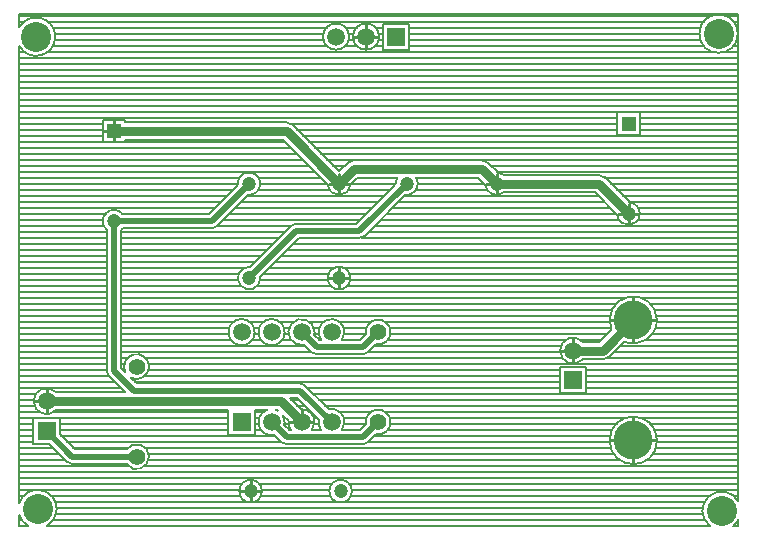
<source format=gbl>
G04*
G04 #@! TF.GenerationSoftware,Altium Limited,Altium Designer,26.2.0 (7)*
G04*
G04 Layer_Physical_Order=2*
G04 Layer_Color=16711680*
%FSLAX44Y44*%
%MOMM*%
G71*
G04*
G04 #@! TF.SameCoordinates,3185D957-47D7-4B04-8ED6-6F93F25C82E1*
G04*
G04*
G04 #@! TF.FilePolarity,Positive*
G04*
G01*
G75*
%ADD15C,0.2540*%
%ADD27C,0.2032*%
%ADD28C,0.5080*%
%ADD29C,0.7620*%
%ADD30R,1.5000X1.5000*%
%ADD31C,1.5000*%
%ADD32C,2.5400*%
%ADD33R,1.2000X1.2000*%
%ADD34C,1.2000*%
%ADD35R,1.5000X1.5000*%
%ADD36C,1.4000*%
%ADD37C,3.3000*%
D15*
X520700Y269240D02*
Y277780D01*
Y269240D02*
X529240D01*
X512160D02*
X520700D01*
Y260700D02*
Y269240D01*
X524710Y179270D02*
X543750D01*
X524710D02*
Y198310D01*
X298450Y419100D02*
X308490D01*
X298450Y409060D02*
Y419100D01*
X408940Y294640D02*
Y303180D01*
X298450Y419100D02*
Y429140D01*
X288410Y419100D02*
X298450D01*
X275590Y294640D02*
Y303180D01*
X400400Y294640D02*
X408940D01*
Y286100D02*
Y294640D01*
X275590Y286100D02*
Y294640D01*
X267050D02*
X275590D01*
X284130D01*
X275590Y214630D02*
X284130D01*
X275590Y206090D02*
Y214630D01*
Y223170D01*
X267050Y214630D02*
X275590D01*
X505670Y179270D02*
X524710D01*
Y160230D02*
Y179270D01*
X473710Y153270D02*
Y163310D01*
X463670Y153270D02*
X473710D01*
X524710Y77270D02*
X543750D01*
X524710Y58230D02*
Y77270D01*
Y96310D01*
X505670Y77270D02*
X524710D01*
X473710Y143230D02*
Y153270D01*
X243840Y92710D02*
Y102750D01*
X233800Y92710D02*
X243840D01*
X253880D01*
X85090Y339090D02*
Y347630D01*
Y330550D02*
Y339090D01*
X76550D02*
X85090D01*
X200660Y34290D02*
Y42830D01*
X192120Y34290D02*
X200660D01*
X209200D01*
X200660Y25750D02*
Y34290D01*
X27940Y110490D02*
Y120530D01*
Y100450D02*
Y110490D01*
X17900D02*
X27940D01*
D27*
X613156Y421640D02*
G03*
X613156Y421640I-16256J0D01*
G01*
X500508Y299848D02*
G03*
X495300Y302006I-5209J-5209D01*
G01*
X500508Y299848D02*
G03*
X495300Y302006I-5209J-5209D01*
G01*
X530256Y269240D02*
G03*
X521604Y278753I-9556J0D01*
G01*
X511187Y268336D02*
G03*
X530256Y269240I9513J904D01*
G01*
X401702Y312295D02*
G03*
X396494Y314452I-5209J-5209D01*
G01*
X415028Y302006D02*
G03*
X409844Y304153I-6088J-7366D01*
G01*
X401702Y312295D02*
G03*
X396494Y314452I-5209J-5209D01*
G01*
X342296Y294640D02*
G03*
X340834Y299720I-9556J0D01*
G01*
X309506Y419100D02*
G03*
X309506Y419100I-11056J0D01*
G01*
X284106D02*
G03*
X284106Y419100I-11056J0D01*
G01*
X288036Y314452D02*
G03*
X282827Y312295I0J-7366D01*
G01*
X288036Y314452D02*
G03*
X282827Y312295I0J-7366D01*
G01*
X324646Y299720D02*
G03*
X323226Y293747I8094J-5080D01*
G01*
X399427Y293736D02*
G03*
X415028Y287274I9513J904D01*
G01*
X331847Y285126D02*
G03*
X342296Y294640I893J9514D01*
G01*
X292862Y248666D02*
G03*
X297173Y250452I0J6096D01*
G01*
X292862Y248666D02*
G03*
X297173Y250452I0J6096D01*
G01*
X266077Y293736D02*
G03*
X285103Y293736I9513J904D01*
G01*
X285146Y214630D02*
G03*
X285146Y214630I-9556J0D01*
G01*
X239522Y260858D02*
G03*
X235212Y259072I0J-6096D01*
G01*
X239522Y260858D02*
G03*
X235212Y259072I0J-6096D01*
G01*
X516728Y160871D02*
G03*
X544766Y179270I7982J18399D01*
G01*
D02*
G03*
X506311Y171288I-20056J0D01*
G01*
X498710Y145904D02*
G03*
X503919Y148062I0J7366D01*
G01*
X498710Y145904D02*
G03*
X503919Y148062I0J7366D01*
G01*
X481955Y160636D02*
G03*
X481955Y145904I-8245J-7366D01*
G01*
X609261Y4826D02*
G03*
X613664Y9910I-9821J12954D01*
G01*
Y25650D02*
G03*
X589619Y4826I-14224J-7870D01*
G01*
X544766Y77270D02*
G03*
X544766Y77270I-20056J0D01*
G01*
X319166Y168910D02*
G03*
X298206Y167127I-10556J0D01*
G01*
X278107Y162306D02*
G03*
X280296Y168910I-8867J6604D01*
G01*
X306827Y158506D02*
G03*
X319166Y168910I1783J10404D01*
G01*
X295910Y150114D02*
G03*
X300221Y151899I0J6096D01*
G01*
X295910Y150114D02*
G03*
X300221Y151899I0J6096D01*
G01*
X280296Y168910D02*
G03*
X260373Y162306I-11056J0D01*
G01*
X254673Y166698D02*
G03*
X254896Y168910I-10833J2211D01*
G01*
X252229Y151899D02*
G03*
X256540Y150114I4311J4311D01*
G01*
X252229Y151899D02*
G03*
X256540Y150114I4311J4311D01*
G01*
X246880Y123691D02*
G03*
X242570Y125476I-4311J-4311D01*
G01*
X246880Y123691D02*
G03*
X242570Y125476I-4311J-4311D01*
G01*
X319166Y92710D02*
G03*
X298206Y90927I-10556J0D01*
G01*
X280296Y92710D02*
G03*
X267029Y103543I-11056J0D01*
G01*
X258407Y94922D02*
G03*
X260373Y86106I10833J-2211D01*
G01*
X306827Y82306D02*
G03*
X319166Y92710I1783J10404D01*
G01*
X295910Y73914D02*
G03*
X300221Y75700I0J6096D01*
G01*
X295910Y73914D02*
G03*
X300221Y75700I0J6096D01*
G01*
X278107Y86106D02*
G03*
X280296Y92710I-8867J6604D01*
G01*
X286416Y34290D02*
G03*
X286416Y34290I-9556J0D01*
G01*
X252707Y86106D02*
G03*
X254896Y92710I-8867J6604D01*
G01*
D02*
G03*
X243219Y103749I-11056J0D01*
G01*
X236348Y344299D02*
G03*
X231140Y346456I-5209J-5209D01*
G01*
X236348Y344299D02*
G03*
X231140Y346456I-5209J-5209D01*
G01*
X198497Y285126D02*
G03*
X208946Y294640I893J9514D01*
G01*
D02*
G03*
X189876Y293747I-9556J0D01*
G01*
X200283Y224144D02*
G03*
X208946Y214630I-893J-9514D01*
G01*
X167640Y256794D02*
G03*
X171950Y258580I0J6096D01*
G01*
X92449Y268986D02*
G03*
X78994Y255531I-7359J-6096D01*
G01*
X4826Y411230D02*
G03*
X35306Y419100I14224J7870D01*
G01*
D02*
G03*
X4826Y426970I-16256J0D01*
G01*
X208946Y214630D02*
G03*
X208904Y215523I-9556J0D01*
G01*
X167640Y256794D02*
G03*
X171950Y258580I0J6096D01*
G01*
X91186Y255531D02*
G03*
X92449Y256794I-6096J7359D01*
G01*
X254896Y168910D02*
G03*
X246052Y158077I-11056J0D01*
G01*
X229496Y168910D02*
G03*
X229496Y168910I-11056J0D01*
G01*
X223696Y102437D02*
G03*
X222153Y103124I-5256J-9727D01*
G01*
X232801Y93331D02*
G03*
X234973Y86106I11039J-621D01*
G01*
X214727Y103124D02*
G03*
X220651Y81877I3713J-10414D01*
G01*
X229273Y90499D02*
G03*
X229496Y92710I-10833J2211D01*
G01*
D02*
G03*
X228167Y97966I-11056J0D01*
G01*
X204096Y168910D02*
G03*
X204096Y168910I-11056J0D01*
G01*
X226829Y75700D02*
G03*
X231140Y73914I4311J4311D01*
G01*
X226829Y75700D02*
G03*
X231140Y73914I4311J4311D01*
G01*
X210216Y34290D02*
G03*
X210216Y34290I-9556J0D01*
G01*
X114696Y139700D02*
G03*
X94778Y134823I-10556J0D01*
G01*
X78994Y135890D02*
G03*
X80779Y131580I6096J0D01*
G01*
X99263Y130338D02*
G03*
X114696Y139700I4877J9362D01*
G01*
X78994Y135890D02*
G03*
X80779Y131580I6096J0D01*
G01*
X36185Y117856D02*
G03*
X36185Y103124I-8245J-7366D01*
G01*
X114696Y63500D02*
G03*
X95522Y69596I-10556J0D01*
G01*
Y57404D02*
G03*
X114696Y63500I8618J6096D01*
G01*
X45219Y59190D02*
G03*
X49530Y57404I4311J4311D01*
G01*
X45219Y59190D02*
G03*
X49530Y57404I4311J4311D01*
G01*
X28190Y4826D02*
G03*
X36576Y19050I-7870J14224D01*
G01*
D02*
G03*
X4826Y23969I-16256J0D01*
G01*
Y14131D02*
G03*
X12450Y4826I15494J4919D01*
G01*
X612342Y426720D02*
X613664D01*
X612342Y416560D02*
X613664D01*
X609590Y411480D02*
X613664D01*
X602557Y406400D02*
X613664D01*
X530256Y350520D02*
X613664D01*
X602557Y436880D02*
X613664D01*
X609590Y431800D02*
X613664D01*
X511144Y354996D02*
X530256D01*
Y340360D02*
X613664D01*
X530256Y345440D02*
X613664D01*
X505717Y294640D02*
X613664D01*
X500637Y299720D02*
X613664D01*
X530256Y335884D02*
Y354996D01*
X511144Y335884D02*
Y354996D01*
Y335884D02*
X530256D01*
X500508Y299848D02*
X521604Y278753D01*
X334906Y411480D02*
X584210D01*
X334906Y416560D02*
X581458D01*
X250447Y330200D02*
X613664D01*
X245367Y335280D02*
X613664D01*
X334906Y421640D02*
X580644D01*
X334906Y426720D02*
X581458D01*
X240287Y340360D02*
X511144D01*
X234873Y345440D02*
X511144D01*
X265687Y314960D02*
X613664D01*
X260607Y320040D02*
X613664D01*
X409197Y304800D02*
X613664D01*
X404117Y309880D02*
X613664D01*
X415028Y302006D02*
X495300D01*
X255527Y325120D02*
X613664D01*
X520957Y279400D02*
X613664D01*
X515877Y284480D02*
X613664D01*
X530256Y269240D02*
X613664D01*
X528794Y274320D02*
X613664D01*
X539292Y193040D02*
X613664D01*
X531561Y198120D02*
X613664D01*
X544439Y182880D02*
X613664D01*
X542786Y187960D02*
X613664D01*
X528794Y264160D02*
X613664D01*
X510797Y289560D02*
X613664D01*
X492249Y287274D02*
X511187Y268336D01*
X310881Y264160D02*
X512606D01*
X331201Y284480D02*
X495043D01*
X326121Y279400D02*
X500123D01*
X321041Y274320D02*
X505203D01*
X315961Y269240D02*
X510283D01*
X284354Y218440D02*
X613664D01*
X279095Y223520D02*
X613664D01*
X285061Y213360D02*
X613664D01*
X282731Y208280D02*
X613664D01*
X305801Y259080D02*
X613664D01*
X300721Y254000D02*
X613664D01*
X294603Y248920D02*
X613664D01*
X237221Y243840D02*
X613664D01*
X312794Y430156D02*
X334906D01*
X312794Y408044D02*
Y430156D01*
X309210Y416560D02*
X312794D01*
X306461Y411480D02*
X312794D01*
X309210Y421640D02*
X312794D01*
X306461Y426720D02*
X312794D01*
X401702Y312295D02*
X409844Y304153D01*
X334906Y408044D02*
Y430156D01*
X312794Y408044D02*
X334906D01*
X281061Y411480D02*
X290439D01*
X281061Y426720D02*
X290439D01*
X283810Y416560D02*
X287690D01*
X283810Y421640D02*
X287690D01*
X288036Y314452D02*
X396494D01*
X285103Y293736D02*
X291087Y299720D01*
X275590Y305057D02*
X282827Y312295D01*
X236348Y344299D02*
X275590Y305057D01*
X270767Y309880D02*
X280413D01*
X393443Y299720D02*
X399427Y293736D01*
X340834Y299720D02*
X393443D01*
X342296Y294640D02*
X398523D01*
X291087Y299720D02*
X324646D01*
X291087D02*
X324646D01*
X340834D02*
X393443D01*
X415028Y287274D02*
X492249D01*
X340834Y289560D02*
X400846D01*
X297173Y250452D02*
X331847Y285126D01*
X290337Y260858D02*
X323226Y293747D01*
X286007Y294640D02*
X323184D01*
X283684Y289560D02*
X319039D01*
X239522Y260858D02*
X290337D01*
X242047Y248666D02*
X292862D01*
X544712Y177800D02*
X613664D01*
X543666Y172720D02*
X613664D01*
X541050Y167640D02*
X613664D01*
X535801Y162560D02*
X613664D01*
X495659Y160636D02*
X506311Y171288D01*
X613664Y25650D02*
Y438404D01*
X508257Y152400D02*
X613664D01*
X503052Y147320D02*
X613664D01*
X484766Y121920D02*
X613664D01*
X513337Y157480D02*
X613664D01*
X503919Y148062D02*
X516728Y160871D01*
X318454Y172720D02*
X505754D01*
X314302Y177800D02*
X504708D01*
X481955Y145904D02*
X498710D01*
X319089Y167640D02*
X502663D01*
X479705Y162560D02*
X497583D01*
X481955Y160636D02*
X495659D01*
X484766Y137160D02*
X613664D01*
X474465Y142240D02*
X613664D01*
X484766Y127000D02*
X613664D01*
X484766Y132080D02*
X613664D01*
X462654Y139326D02*
X484766D01*
Y117214D02*
Y139326D01*
X462654Y117214D02*
X484766D01*
X544738Y76200D02*
X613664D01*
X544361Y81280D02*
X613664D01*
X543800Y71120D02*
X613664D01*
X541327Y66040D02*
X613664D01*
X538904Y91440D02*
X613664D01*
X530340Y96520D02*
X613664D01*
X542588Y86360D02*
X613664D01*
Y4826D02*
Y9910D01*
X609261Y4826D02*
X613664D01*
X536381Y60960D02*
X613664D01*
X609587Y5080D02*
X613664D01*
X609587Y30480D02*
X613664D01*
X258811Y111760D02*
X613664D01*
X253731Y116840D02*
X613664D01*
X314302Y101600D02*
X613664D01*
X263891Y106680D02*
X613664D01*
X319089Y91440D02*
X510516D01*
X318454Y96520D02*
X519080D01*
X317043Y86360D02*
X506832D01*
X305801Y81280D02*
X505059D01*
X286331Y35560D02*
X613664D01*
X284001Y40640D02*
X613664D01*
X285624Y30480D02*
X589293D01*
X280365Y25400D02*
X585081D01*
X300721Y76200D02*
X504683D01*
X279619Y172720D02*
X298766D01*
X317043Y162560D02*
X467715D01*
X293385Y162306D02*
X298206Y167127D01*
X280223Y167640D02*
X298131D01*
X278291Y162560D02*
X293639D01*
X278107Y162306D02*
X293385D01*
X305801Y157480D02*
X463487D01*
X462654Y117214D02*
Y139326D01*
X300721Y152400D02*
X462688D01*
X300221Y151899D02*
X306827Y158506D01*
X250413Y177800D02*
X262667D01*
X275813D02*
X302918D01*
X258811Y162560D02*
X260189D01*
X254219Y172720D02*
X258861D01*
X254823Y167640D02*
X258257D01*
X254673Y166698D02*
X259065Y162306D01*
X260373D01*
X256540Y150114D02*
X295910D01*
X246880Y123691D02*
X267029Y103543D01*
X246052Y158077D02*
X252229Y151899D01*
X275813Y101600D02*
X302918D01*
X280223Y91440D02*
X298131D01*
X279619Y96520D02*
X298766D01*
X278291Y86360D02*
X293639D01*
X254823Y91440D02*
X258257D01*
X300221Y75700D02*
X306827Y82306D01*
X293385Y86106D02*
X298206Y90927D01*
X278107Y86106D02*
X293385D01*
X248651Y121920D02*
X462654D01*
X240045Y113284D02*
X258407Y94922D01*
X254219Y96520D02*
X256809D01*
X250413Y101600D02*
X251729D01*
X233683Y113284D02*
X243219Y103749D01*
X233683Y113284D02*
X240045D01*
X240287Y106680D02*
X246649D01*
X235207Y111760D02*
X241569D01*
X252891Y86360D02*
X260189D01*
X252707Y86106D02*
X260373D01*
X233665D02*
X234973D01*
X33409Y411480D02*
X265039D01*
X29197Y406400D02*
X591243D01*
X29197Y431800D02*
X584210D01*
X4826Y355600D02*
X613664D01*
X4826Y360680D02*
X613664D01*
X35106Y421640D02*
X262290D01*
X33409Y426720D02*
X265039D01*
X94646Y346456D02*
X231140D01*
X35106Y416560D02*
X262290D01*
X228089Y331724D02*
X266077Y293736D01*
X207484Y299720D02*
X260093D01*
X94646Y330200D02*
X229613D01*
X94646Y331724D02*
X228089D01*
X4826Y386080D02*
X613664D01*
X4826Y391160D02*
X613664D01*
X4826Y375920D02*
X613664D01*
X4826Y381000D02*
X613664D01*
X4826Y436880D02*
X591243D01*
X4826Y438404D02*
X613664D01*
X4826Y396240D02*
X613664D01*
X4826Y401320D02*
X613664D01*
X4826Y365760D02*
X613664D01*
X4826Y370840D02*
X613664D01*
X4826Y304800D02*
X255013D01*
X4826Y350520D02*
X511144D01*
X4826Y320040D02*
X239773D01*
X4826Y325120D02*
X234693D01*
X4826Y309880D02*
X249933D01*
X4826Y314960D02*
X244853D01*
X232141Y238760D02*
X613664D01*
X197851Y284480D02*
X313959D01*
X227061Y233680D02*
X613664D01*
X221981Y228600D02*
X613664D01*
X208946Y294640D02*
X265173D01*
X207484Y289560D02*
X267496D01*
X216901Y223520D02*
X272085D01*
X200283Y224144D02*
X235212Y259072D01*
X211821Y218440D02*
X266826D01*
X208904Y215523D02*
X242047Y248666D01*
X208861Y213360D02*
X266119D01*
X206531Y208280D02*
X268449D01*
X225013Y177800D02*
X237267D01*
X199613D02*
X211867D01*
X229423Y167640D02*
X232857D01*
X228819Y172720D02*
X233461D01*
X192771Y279400D02*
X308879D01*
X187691Y274320D02*
X303799D01*
X182611Y269240D02*
X298719D01*
X177531Y264160D02*
X293639D01*
X172451Y259080D02*
X235219D01*
X91186Y254000D02*
X230139D01*
X91186Y243840D02*
X219979D01*
X91186Y248920D02*
X225059D01*
X91186Y198120D02*
X517860D01*
X91186Y203200D02*
X613664D01*
X91186Y187960D02*
X506634D01*
X91186Y193040D02*
X510128D01*
X91186Y233680D02*
X209819D01*
X91186Y238760D02*
X214899D01*
X91186Y182880D02*
X504982D01*
X94646Y346456D02*
Y348646D01*
X75534D02*
X94646D01*
Y329534D02*
Y331724D01*
X75534Y329534D02*
X94646D01*
X75534D02*
Y348646D01*
X171950Y258580D02*
X198497Y285126D01*
X165115Y268986D02*
X189876Y293747D01*
X92231Y269240D02*
X165369D01*
X92449Y268986D02*
X165115D01*
X4826Y259080D02*
X76326D01*
X4826Y264160D02*
X75619D01*
X4826Y345440D02*
X75534D01*
X4826Y335280D02*
X75534D01*
X4826Y340360D02*
X75534D01*
X4826Y426970D02*
Y438404D01*
Y406400D02*
X8903D01*
X4826Y431800D02*
X8903D01*
X4826Y294640D02*
X189834D01*
X4826Y299720D02*
X191296D01*
X4826Y284480D02*
X180609D01*
X4826Y289560D02*
X185689D01*
X4826Y279400D02*
X175529D01*
X4826Y330200D02*
X75534D01*
X4826Y269240D02*
X77949D01*
X4826Y274320D02*
X170449D01*
X91186Y223520D02*
X195885D01*
X91186Y228600D02*
X204739D01*
X91186Y218440D02*
X190626D01*
X92449Y256794D02*
X167640D01*
X91186Y213360D02*
X189919D01*
X91186Y177800D02*
X186467D01*
X91186Y208280D02*
X192249D01*
X204023Y167640D02*
X207457D01*
X203419Y172720D02*
X208061D01*
X91186D02*
X182661D01*
X4826D02*
X78994D01*
X91186Y167640D02*
X182057D01*
X4826D02*
X78994D01*
X4826Y228600D02*
X78994D01*
X4826Y233680D02*
X78994D01*
X4826Y218440D02*
X78994D01*
X4826Y223520D02*
X78994D01*
X4826Y248920D02*
X78994D01*
X4826Y254000D02*
X78994D01*
X4826Y238760D02*
X78994D01*
X4826Y243840D02*
X78994D01*
X4826Y187960D02*
X78994D01*
X4826Y193040D02*
X78994D01*
X4826Y177800D02*
X78994D01*
X4826Y182880D02*
X78994D01*
X4826Y208280D02*
X78994D01*
X4826Y213360D02*
X78994D01*
X4826Y198120D02*
X78994D01*
X4826Y203200D02*
X78994D01*
X227491Y162560D02*
X234789D01*
X228819Y96520D02*
X229613D01*
X223009Y103124D02*
X223696Y102437D01*
X222153Y103124D02*
X223009D01*
X204096D02*
X214727D01*
X204096Y101600D02*
X211867D01*
X228167Y97966D02*
X232801Y93331D01*
X229423Y91440D02*
X232857D01*
X229273Y90499D02*
X233665Y86106D01*
X204096Y81654D02*
Y103124D01*
X111445Y147320D02*
X464392D01*
X91186Y152400D02*
X251729D01*
X114386Y137160D02*
X462654D01*
X114386Y142240D02*
X472955D01*
X91186Y162560D02*
X183989D01*
X202091D02*
X209389D01*
X91186Y157480D02*
X246649D01*
X111445Y132080D02*
X462654D01*
X102601Y127000D02*
X462654D01*
X204096Y86360D02*
X209389D01*
X104125Y125476D02*
X242570D01*
X204096Y96520D02*
X208061D01*
X181984Y81654D02*
Y103124D01*
X204096Y91440D02*
X207457D01*
X38996Y86360D02*
X181984D01*
X233411D02*
X234789D01*
X231140Y73914D02*
X295910D01*
X207801Y40640D02*
X269719D01*
X114386Y60960D02*
X513039D01*
X220651Y81877D02*
X226829Y75700D01*
X181984Y81654D02*
X204096D01*
X210131Y35560D02*
X267389D01*
X209424Y30480D02*
X268096D01*
X204165Y25400D02*
X273355D01*
X114386Y66040D02*
X508093D01*
X111445Y55880D02*
X613664D01*
X4826Y45720D02*
X613664D01*
X4826Y50800D02*
X613664D01*
X45451Y76200D02*
X226329D01*
X40371Y81280D02*
X221249D01*
X111445Y71120D02*
X505620D01*
X4826Y40640D02*
X193519D01*
X36123Y15240D02*
X583384D01*
X33930Y10160D02*
X585081D01*
X28632Y5080D02*
X589293D01*
X28190Y4826D02*
X589619D01*
X31879Y30480D02*
X191896D01*
X4826Y35560D02*
X191189D01*
X36526Y20320D02*
X583384D01*
X35285Y25400D02*
X197155D01*
X91186Y147320D02*
X96835D01*
X92441Y137160D02*
X93894D01*
X91186Y138415D02*
X94778Y134823D01*
X91186Y138415D02*
Y255531D01*
X78994Y135890D02*
Y255531D01*
X91186Y142240D02*
X93894D01*
X80779Y131580D02*
X94503Y117856D01*
X99263Y130338D02*
X104125Y125476D01*
X36185Y103124D02*
X181984D01*
X36185Y117856D02*
X94503D01*
X4826Y137160D02*
X78994D01*
X4826Y142240D02*
X78994D01*
X4826Y127000D02*
X85359D01*
X4826Y132080D02*
X80331D01*
X4826Y157480D02*
X78994D01*
X4826Y162560D02*
X78994D01*
X4826Y147320D02*
X78994D01*
X4826Y152400D02*
X78994D01*
X4826Y121920D02*
X90439D01*
X4826Y101600D02*
X21367D01*
X4826Y116840D02*
X18889D01*
X4826Y23969D02*
Y411230D01*
Y106680D02*
X17561D01*
X4826Y111760D02*
X16957D01*
X38996Y91440D02*
X181984D01*
X34513Y101600D02*
X181984D01*
X50531Y71120D02*
X96835D01*
X38996Y82655D02*
X52055Y69596D01*
X16884Y96146D02*
X38996D01*
X16884Y74034D02*
Y96146D01*
X38996Y82655D02*
Y96146D01*
X16884Y74034D02*
X30375D01*
X52055Y69596D02*
X95522D01*
X49530Y57404D02*
X95522D01*
X30375Y74034D02*
X45219Y59190D01*
X4826Y71120D02*
X33289D01*
X4826Y96520D02*
X181984D01*
X4826Y60960D02*
X43449D01*
X4826Y66040D02*
X38369D01*
X4826Y86360D02*
X16884D01*
X4826Y91440D02*
X16884D01*
X4826Y76200D02*
X16884D01*
X4826Y81280D02*
X16884D01*
X4826Y55880D02*
X96835D01*
X4826Y4826D02*
X12450D01*
X4826D02*
Y14131D01*
Y30480D02*
X8761D01*
X4826Y5080D02*
X12008D01*
X4826Y10160D02*
X6710D01*
D28*
X85090Y262890D02*
X167640D01*
X199390Y294640D01*
X242570Y119380D02*
X269240Y92710D01*
X101600Y119380D02*
X242570D01*
X85090Y135890D02*
X101600Y119380D01*
X85090Y135890D02*
Y262890D01*
X49530Y63500D02*
X104140D01*
X27940Y85090D02*
X49530Y63500D01*
X218440Y92710D02*
X231140Y80010D01*
X295910D01*
X308610Y92710D01*
X295910Y156210D02*
X308610Y168910D01*
X256540Y156210D02*
X295910D01*
X243840Y168910D02*
X256540Y156210D01*
X199390Y214630D02*
X239522Y254762D01*
X292862D01*
X332740Y294640D01*
D29*
X498710Y153270D02*
X524710Y179270D01*
X473710Y153270D02*
X498710D01*
X408940Y294640D02*
X495300D01*
X520700Y269240D01*
X85090Y339090D02*
X231140D01*
X275590Y294640D01*
X288036Y307086D01*
X396494D01*
X408940Y294640D01*
X27940Y110490D02*
X226060D01*
X243840Y92710D01*
D30*
X323850Y419100D02*
D03*
X473710Y128270D02*
D03*
D31*
X298450Y419100D02*
D03*
X273050D02*
D03*
X27940Y110490D02*
D03*
X269240Y168910D02*
D03*
X243840D02*
D03*
X218440D02*
D03*
X193040D02*
D03*
X269240Y92710D02*
D03*
X243840D02*
D03*
X218440D02*
D03*
X473710Y153270D02*
D03*
D32*
X599440Y17780D02*
D03*
X20320Y19050D02*
D03*
X19050Y419100D02*
D03*
X596900Y421640D02*
D03*
D33*
X85090Y339090D02*
D03*
X520700Y345440D02*
D03*
D34*
X85090Y262890D02*
D03*
X520700Y269240D02*
D03*
X276860Y34290D02*
D03*
X200660D02*
D03*
X275590Y294640D02*
D03*
X199390D02*
D03*
X408940D02*
D03*
X332740D02*
D03*
X199390Y214630D02*
D03*
X275590D02*
D03*
D35*
X27940Y85090D02*
D03*
X193040Y92710D02*
D03*
D36*
X308610Y168910D02*
D03*
Y92710D02*
D03*
X104140Y139700D02*
D03*
Y63500D02*
D03*
D37*
X524710Y77270D02*
D03*
Y179270D02*
D03*
M02*

</source>
